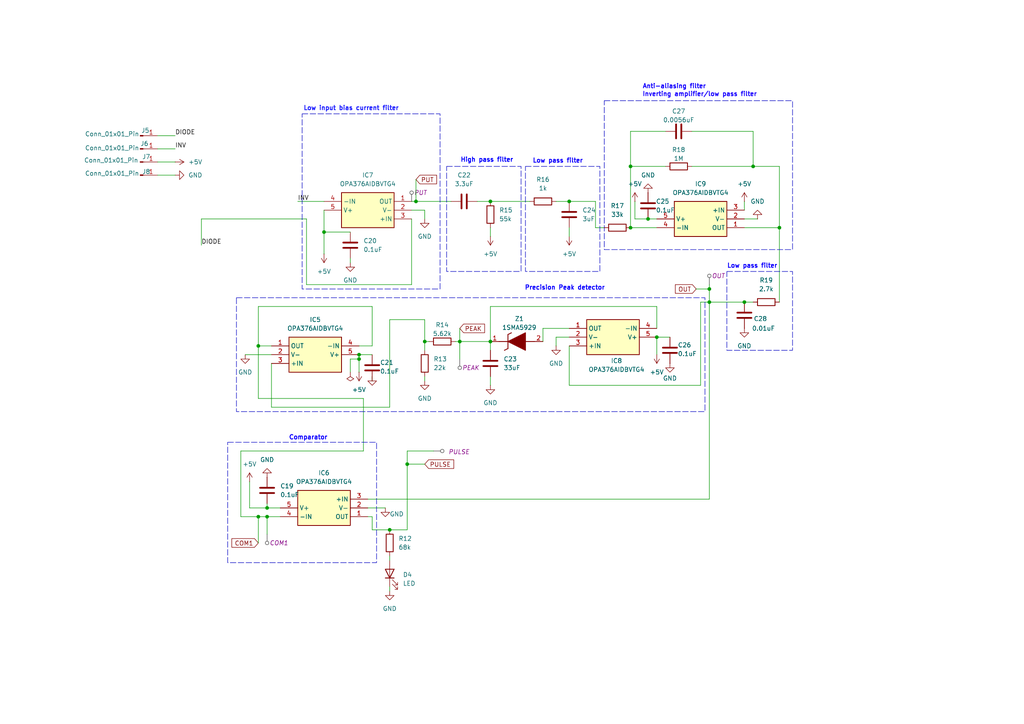
<source format=kicad_sch>
(kicad_sch (version 20250114) (generator "eeschema") (generator_version "9.0")
  (paper "A4")
  (title_block (title "HR and SPO2") (date "2025-10-28") (rev "VER 1.1.0") (company "BRCL") (comment 1 "Ronnie"))
  (lib_symbols
    (symbol "Connector:Conn_01x01_Pin" (pin_names (offset 1.016) (hide yes))
      (property "Reference" "J" (at 0 2.54 0))
      (property "Value" "Conn_01x01_Pin" (at 0 -2.54 0))
      (symbol "Conn_01x01_Pin_1_1"
        (rectangle (start 0.8636 0.127) (end 0 -0.127) (stroke (width 0.1524)) (fill (type outline)))
        (polyline (pts (xy 1.27 0) (xy 0.8636 0)) (stroke (width 0.1524)))
        (pin passive line (at 5.08 0 180) (length 3.81) (name "Pin_1") (number "1"))
      )
    )
    (symbol "Device:C" (pin_numbers (hide yes)) (pin_names (offset 0.254))
      (property "Reference" "C" (at 0.635 2.54 0))
      (property "Value" "C" (at 0.635 -2.54 0))
      (symbol "C_0_1"
        (polyline (pts (xy -2.032 0.762) (xy 2.032 0.762)) (stroke (width 0.508)))
        (polyline (pts (xy -2.032 -0.762) (xy 2.032 -0.762)) (stroke (width 0.508)))
      )
      (symbol "C_1_1"
        (pin passive line (at 0 3.81 270) (length 2.794) (name "~") (number "1"))
        (pin passive line (at 0 -3.81 90) (length 2.794) (name "~") (number "2"))
      )
    )
    (symbol "Device:LED" (pin_numbers (hide yes)) (pin_names (offset 1.016) (hide yes))
      (property "Reference" "D" (at 0 2.54 0))
      (property "Value" "LED" (at 0 -2.54 0))
      (symbol "LED_0_1"
        (polyline (pts (xy -3.048 -0.762) (xy -4.572 -2.286) (xy -3.81 -2.286) (xy -4.572 -2.286) (xy -4.572 -1.524)))
        (polyline (pts (xy -1.778 -0.762) (xy -3.302 -2.286) (xy -2.54 -2.286) (xy -3.302 -2.286) (xy -3.302 -1.524)))
        (polyline (pts (xy -1.27 0) (xy 1.27 0)))
        (polyline (pts (xy -1.27 -1.27) (xy -1.27 1.27)) (stroke (width 0.254)))
        (polyline (pts (xy 1.27 -1.27) (xy 1.27 1.27) (xy -1.27 0) (xy 1.27 -1.27)) (stroke (width 0.254)))
      )
      (symbol "LED_1_1"
        (pin passive line (at -3.81 0 0) (length 2.54) (name "K") (number "1"))
        (pin passive line (at 3.81 0 180) (length 2.54) (name "A") (number "2"))
      )
    )
    (symbol "Device:R" (pin_numbers (hide yes)) (pin_names (offset 0))
      (property "Reference" "R" (at 2.032 0 90))
      (property "Value" "R" (at 0 0 90))
      (symbol "R_0_1"
        (rectangle (start -1.016 -2.54) (end 1.016 2.54) (stroke (width 0.254)))
      )
      (symbol "R_1_1"
        (pin passive line (at 0 3.81 270) (length 1.27) (name "~") (number "1"))
        (pin passive line (at 0 -3.81 90) (length 1.27) (name "~") (number "2"))
      )
    )
    (symbol "SamacSys_Parts:1SMA5929" (pin_names (hide yes))
      (property "Reference" "Z" (at 10.16 8.89 0))
      (property "Value" "1SMA5929" (at 10.16 6.35 0))
      (symbol "1SMA5929_1_1"
        (polyline (pts (xy 2.54 0) (xy 5.08 0)) (stroke (width 0.254)))
        (polyline (pts (xy 4.064 -2.54) (xy 5.08 -2.032)) (stroke (width 0.254)))
        (polyline (pts (xy 5.08 2.032) (xy 5.08 -2.032)) (stroke (width 0.254)))
        (polyline (pts (xy 5.08 2.032) (xy 6.096 2.54)) (stroke (width 0.254)))
        (polyline (pts (xy 5.08 0) (xy 10.16 2.54) (xy 10.16 -2.54) (xy 5.08 0)) (stroke (width 0.254)) (fill (type outline)))
        (polyline (pts (xy 12.7 0) (xy 10.16 0)) (stroke (width 0.254)))
        (pin passive line (at 0 0 0) (length 2.54) (name "K") (number "1"))
        (pin passive line (at 15.24 0 180) (length 2.54) (name "A") (number "2"))
      )
    )
    (symbol "SamacSys_Parts:OPA376AIDBVTG4"
      (property "Reference" "IC" (at 21.59 7.62 0))
      (property "Value" "OPA376AIDBVTG4" (at 21.59 5.08 0))
      (symbol "OPA376AIDBVTG4_1_1"
        (rectangle (start 5.08 2.54) (end 20.32 -7.62) (stroke (width 0.254)) (fill (type background)))
        (pin passive line (at 0 0 0) (length 5.08) (name "OUT") (number "1"))
        (pin passive line (at 0 -2.54 0) (length 5.08) (name "V-") (number "2"))
        (pin passive line (at 0 -5.08 0) (length 5.08) (name "+IN") (number "3"))
        (pin passive line (at 25.4 0 180) (length 5.08) (name "-IN") (number "4"))
        (pin passive line (at 25.4 -2.54 180) (length 5.08) (name "V+") (number "5"))
      )
    )
    (symbol "power:+5V" (power) (pin_numbers (hide yes)) (pin_names (offset 0) (hide yes))
      (property "Value" "+5V" (at 0 3.556 0))
      (symbol "+5V_0_1"
        (polyline (pts (xy -0.762 1.27) (xy 0 2.54)))
        (polyline (pts (xy 0 2.54) (xy 0.762 1.27)))
        (polyline (pts (xy 0 0) (xy 0 2.54)))
      )
      (symbol "+5V_1_1"
        (pin power_in line (at 0 0 90) (length 0) (name "~") (number "1"))
      )
    )
    (symbol "power:GND" (power) (pin_numbers (hide yes)) (pin_names (offset 0) (hide yes))
      (property "Value" "GND" (at 0 -3.81 0))
      (symbol "GND_0_1"
        (polyline (pts (xy 0 0) (xy 0 -1.27) (xy 1.27 -1.27) (xy 0 -2.54) (xy -1.27 -1.27) (xy 0 -1.27)))
      )
      (symbol "GND_1_1"
        (pin power_in line (at 0 0 270) (length 0) (name "~") (number "1"))
      )
    )
    (symbol "power:PWR_FLAG" (power) (pin_numbers (hide yes)) (pin_names (offset 0) (hide yes))
      (property "Value" "PWR_FLAG" (at 0 3.81 0))
      (symbol "PWR_FLAG_0_0"
        (pin power_out line (at 0 0 90) (length 0) (name "~") (number "1"))
      )
      (symbol "PWR_FLAG_0_1"
        (polyline (pts (xy 0 0) (xy 0 1.27) (xy -1.016 1.905) (xy 0 2.54) (xy 1.016 1.905) (xy 0 1.27)))
      )
    )
  )
  (rectangle (start 87.63 33.02) (end 127.635 83.82) (stroke (width 0) (type dash)))
  (rectangle (start 152.4 48.26) (end 173.99 78.74) (stroke (width 0) (type dash)))
  (rectangle (start 129.54 48.26) (end 151.13 78.74) (stroke (width 0) (type dash)))
  (rectangle (start 68.58 86.36) (end 204.47 119.38) (stroke (width 0) (type dash)))
  (rectangle (start 66.04 128.27) (end 109.22 163.195) (stroke (width 0) (type dash)))
  (rectangle (start 210.82 78.74) (end 229.87 101.6) (stroke (width 0) (type dash)))
  (rectangle (start 175.26 29.21) (end 229.87 72.39) (stroke (width 0) (type dash)))
  (text "High pass filter" (at 141.224 46.482 0) (effects (font (size 1.27 1.27) (thickness 0.254) (bold yes))))
  (text "Low input bias current filter" (at 101.854 31.496 0) (effects (font (size 1.27 1.27) (thickness 0.254) (bold yes))))
  (text "Anti-aliasing filter" (at 195.58 25.146 0) (effects (font (size 1.27 1.27) (thickness 0.254) (bold yes))))
  (text "Comparator" (at 89.408 127 0) (effects (font (size 1.27 1.27) (thickness 0.254) (bold yes))))
  (text "Low pass filter" (at 218.186 77.216 0) (effects (font (size 1.27 1.27) (thickness 0.254) (bold yes))))
  (text "Precision Peak detector" (at 163.83 83.566 0) (effects (font (size 1.27 1.27) (thickness 0.254) (bold yes))))
  (text "Inverting amplifier/low pass filter" (at 202.946 27.432 0) (effects (font (size 1.27 1.27) (thickness 0.254) (bold yes))))
  (text "Low pass filter" (at 161.798 46.736 0) (effects (font (size 1.27 1.27) (thickness 0.254) (bold yes))))
  (junction (at 215.9 87.63))
  (junction (at 104.14 102.87))
  (junction (at 205.74 83.82))
  (junction (at 142.24 58.42))
  (junction (at 74.93 100.33))
  (junction (at 218.44 48.26))
  (junction (at 93.98 67.31))
  (junction (at 205.74 87.63))
  (junction (at 182.88 48.26))
  (junction (at 226.06 66.04))
  (junction (at 123.19 99.06))
  (junction (at 182.88 66.04))
  (junction (at 187.96 63.5))
  (junction (at 74.93 149.86))
  (junction (at 118.11 134.62))
  (junction (at 133.35 99.06))
  (junction (at 165.1 58.42))
  (junction (at 77.47 147.32))
  (junction (at 120.65 58.42))
  (junction (at 104.14 104.14))
  (junction (at 113.03 153.67))
  (junction (at 190.5 97.79))
  (junction (at 77.47 149.86))
  (junction (at 142.24 99.06))
  (wire (pts (xy 69.85 130.81) (xy 105.41 130.81)))
  (wire (pts (xy 184.15 63.5) (xy 184.15 58.42)))
  (wire (pts (xy 133.35 95.25) (xy 133.35 99.06)))
  (wire (pts (xy 74.93 115.57) (xy 105.41 115.57)))
  (wire (pts (xy 72.39 139.7) (xy 72.39 147.32)))
  (wire (pts (xy 113.03 153.67) (xy 118.11 153.67)))
  (wire (pts (xy 165.1 66.04) (xy 165.1 68.58)))
  (wire (pts (xy 101.6 104.14) (xy 104.14 104.14)))
  (wire (pts (xy 203.2 87.63) (xy 205.74 87.63)))
  (wire (pts (xy 118.11 153.67) (xy 118.11 134.62)))
  (wire (pts (xy 120.65 52.07) (xy 120.65 58.42)))
  (wire (pts (xy 72.39 147.32) (xy 77.47 147.32)))
  (wire (pts (xy 215.9 66.04) (xy 226.06 66.04)))
  (wire (pts (xy 190.5 97.79) (xy 190.5 102.87)))
  (wire (pts (xy 71.12 102.87) (xy 78.74 102.87)))
  (wire (pts (xy 161.29 58.42) (xy 165.1 58.42)))
  (wire (pts (xy 205.74 82.55) (xy 205.74 83.82)))
  (wire (pts (xy 133.35 99.06) (xy 133.35 104.14)))
  (wire (pts (xy 172.72 58.42) (xy 165.1 58.42)))
  (wire (pts (xy 215.9 58.42) (xy 215.9 60.96)))
  (wire (pts (xy 157.48 95.25) (xy 157.48 99.06)))
  (wire (pts (xy 165.1 95.25) (xy 157.48 95.25)))
  (wire (pts (xy 45.72 43.18) (xy 50.8 43.18)))
  (wire (pts (xy 45.72 50.8) (xy 50.8 50.8)))
  (wire (pts (xy 203.2 87.63) (xy 203.2 111.76)))
  (wire (pts (xy 78.74 118.11) (xy 78.74 105.41)))
  (wire (pts (xy 113.03 92.71) (xy 123.19 92.71)))
  (wire (pts (xy 123.19 60.96) (xy 123.19 63.5)))
  (wire (pts (xy 113.03 161.29) (xy 113.03 162.56)))
  (wire (pts (xy 200.66 48.26) (xy 218.44 48.26)))
  (wire (pts (xy 119.38 60.96) (xy 123.19 60.96)))
  (wire (pts (xy 205.74 144.78) (xy 106.68 144.78)))
  (wire (pts (xy 182.88 38.1) (xy 182.88 48.26)))
  (wire (pts (xy 226.06 48.26) (xy 226.06 66.04)))
  (wire (pts (xy 77.47 149.86) (xy 74.93 149.86)))
  (wire (pts (xy 45.72 46.99) (xy 50.8 46.99)))
  (wire (pts (xy 93.98 60.96) (xy 93.98 67.31)))
  (wire (pts (xy 81.28 149.86) (xy 77.47 149.86)))
  (wire (pts (xy 182.88 66.04) (xy 190.5 66.04)))
  (wire (pts (xy 132.08 99.06) (xy 133.35 99.06)))
  (wire (pts (xy 58.42 63.5) (xy 88.9 63.5)))
  (wire (pts (xy 172.72 66.04) (xy 172.72 58.42)))
  (wire (pts (xy 104.14 102.87) (xy 107.95 102.87)))
  (wire (pts (xy 118.11 130.81) (xy 125.73 130.81)))
  (wire (pts (xy 119.38 58.42) (xy 120.65 58.42)))
  (wire (pts (xy 142.24 88.9) (xy 142.24 99.06)))
  (wire (pts (xy 190.5 88.9) (xy 142.24 88.9)))
  (wire (pts (xy 200.66 38.1) (xy 218.44 38.1)))
  (wire (pts (xy 107.95 149.86) (xy 107.95 153.67)))
  (wire (pts (xy 104.14 102.87) (xy 104.14 104.14)))
  (wire (pts (xy 142.24 109.22) (xy 142.24 111.76)))
  (wire (pts (xy 165.1 97.79) (xy 161.29 97.79)))
  (wire (pts (xy 142.24 66.04) (xy 142.24 68.58)))
  (wire (pts (xy 123.19 99.06) (xy 123.19 101.6)))
  (wire (pts (xy 124.46 99.06) (xy 123.19 99.06)))
  (wire (pts (xy 104.14 104.14) (xy 104.14 107.95)))
  (wire (pts (xy 107.95 153.67) (xy 113.03 153.67)))
  (wire (pts (xy 107.95 109.22) (xy 107.95 110.49)))
  (wire (pts (xy 182.88 38.1) (xy 193.04 38.1)))
  (wire (pts (xy 182.88 48.26) (xy 182.88 66.04)))
  (wire (pts (xy 133.35 99.06) (xy 142.24 99.06)))
  (wire (pts (xy 106.68 147.32) (xy 111.76 147.32)))
  (wire (pts (xy 101.6 74.93) (xy 101.6 76.2)))
  (wire (pts (xy 74.93 88.9) (xy 74.93 100.33)))
  (wire (pts (xy 226.06 66.04) (xy 226.06 87.63)))
  (wire (pts (xy 190.5 95.25) (xy 190.5 88.9)))
  (wire (pts (xy 45.72 39.37) (xy 50.8 39.37)))
  (wire (pts (xy 107.95 88.9) (xy 107.95 100.33)))
  (wire (pts (xy 142.24 99.06) (xy 142.24 101.6)))
  (wire (pts (xy 165.1 111.76) (xy 203.2 111.76)))
  (wire (pts (xy 107.95 100.33) (xy 104.14 100.33)))
  (wire (pts (xy 77.47 147.32) (xy 81.28 147.32)))
  (wire (pts (xy 193.04 48.26) (xy 182.88 48.26)))
  (wire (pts (xy 74.93 149.86) (xy 69.85 149.86)))
  (wire (pts (xy 107.95 88.9) (xy 74.93 88.9)))
  (wire (pts (xy 69.85 149.86) (xy 69.85 130.81)))
  (wire (pts (xy 78.74 118.11) (xy 113.03 118.11)))
  (wire (pts (xy 93.98 67.31) (xy 101.6 67.31)))
  (wire (pts (xy 88.9 63.5) (xy 88.9 82.55)))
  (wire (pts (xy 190.5 97.79) (xy 194.31 97.79)))
  (wire (pts (xy 118.11 134.62) (xy 118.11 130.81)))
  (wire (pts (xy 77.47 149.86) (xy 77.47 154.94)))
  (wire (pts (xy 172.72 66.04) (xy 175.26 66.04)))
  (wire (pts (xy 120.65 58.42) (xy 130.81 58.42)))
  (wire (pts (xy 161.29 97.79) (xy 161.29 100.33)))
  (wire (pts (xy 113.03 170.18) (xy 113.03 171.45)))
  (wire (pts (xy 123.19 109.22) (xy 123.19 110.49)))
  (wire (pts (xy 187.96 63.5) (xy 184.15 63.5)))
  (wire (pts (xy 74.93 100.33) (xy 74.93 115.57)))
  (wire (pts (xy 205.74 87.63) (xy 215.9 87.63)))
  (wire (pts (xy 190.5 63.5) (xy 187.96 63.5)))
  (wire (pts (xy 123.19 134.62) (xy 118.11 134.62)))
  (wire (pts (xy 205.74 87.63) (xy 205.74 144.78)))
  (wire (pts (xy 101.6 107.95) (xy 101.6 104.14)))
  (wire (pts (xy 165.1 100.33) (xy 165.1 111.76)))
  (wire (pts (xy 218.44 38.1) (xy 218.44 48.26)))
  (wire (pts (xy 142.24 58.42) (xy 153.67 58.42)))
  (wire (pts (xy 105.41 115.57) (xy 105.41 130.81)))
  (wire (pts (xy 106.68 149.86) (xy 107.95 149.86)))
  (wire (pts (xy 226.06 48.26) (xy 218.44 48.26)))
  (wire (pts (xy 58.42 63.5) (xy 58.42 71.12)))
  (wire (pts (xy 123.19 92.71) (xy 123.19 99.06)))
  (wire (pts (xy 201.93 83.82) (xy 205.74 83.82)))
  (wire (pts (xy 119.38 82.55) (xy 88.9 82.55)))
  (wire (pts (xy 113.03 92.71) (xy 113.03 118.11)))
  (wire (pts (xy 93.98 58.42) (xy 86.36 58.42)))
  (wire (pts (xy 205.74 83.82) (xy 205.74 87.63)))
  (wire (pts (xy 215.9 87.63) (xy 218.44 87.63)))
  (wire (pts (xy 119.38 63.5) (xy 119.38 82.55)))
  (wire (pts (xy 138.43 58.42) (xy 142.24 58.42)))
  (wire (pts (xy 77.47 146.05) (xy 77.47 147.32)))
  (wire (pts (xy 74.93 157.48) (xy 74.93 149.86)))
  (wire (pts (xy 78.74 100.33) (xy 74.93 100.33)))
  (wire (pts (xy 215.9 63.5) (xy 219.71 63.5)))
  (wire (pts (xy 93.98 67.31) (xy 93.98 73.66)))
  (label "INV" (at 86.36 58.42 0))
  (label "DIODE" (at 50.8 39.37 0))
  (label "INV" (at 50.8 43.18 0))
  (label "DIODE" (at 58.42 71.12 0))
  (global_label "COM1" (shape input) (at 74.93 157.48 180) (property "Intersheetrefs" "${INTERSHEET_REFS}" (effects (hide yes))))
  (global_label "OUT" (shape input) (at 201.93 83.82 180) (property "Intersheetrefs" "${INTERSHEET_REFS}" (effects (hide yes))))
  (global_label "PEAK" (shape input) (at 133.35 95.25 0) (property "Intersheetrefs" "${INTERSHEET_REFS}" (effects (hide yes))))
  (global_label "PUT" (shape input) (at 120.65 52.07 0) (property "Intersheetrefs" "${INTERSHEET_REFS}" (effects (hide yes))))
  (global_label "PULSE" (shape input) (at 123.19 134.62 0) (property "Intersheetrefs" "${INTERSHEET_REFS}" (effects (hide yes))))
  (netclass_flag "" (length 2.54) (shape round) (at 205.74 82.55 0) (property "Component Class" "OUT" (at 206.4385 80.01 0) (effects (font (italic yes)) (justify left))))
  (netclass_flag "" (length 2.54) (shape round) (at 77.47 154.94 180) (property "Component Class" "COM1" (at 78.1685 157.48 0) (effects (font (italic yes)) (justify left))))
  (netclass_flag "" (length 2.54) (shape round) (at 125.73 130.81 270) (property "Component Class" "PULSE" (at 130.048 131.064 0) (effects (font (italic yes)) (justify left))))
  (netclass_flag "" (length 2.54) (shape round) (at 133.35 104.14 180) (property "Component Class" "PEAK" (at 134.0485 106.68 0) (effects (font (italic yes)) (justify left))))
  (netclass_flag "" (length 2.54) (shape round) (at 119.38 58.42 0) (property "Component Class" "PUT" (at 120.0785 55.88 0) (effects (font (italic yes)) (justify left))))
  (symbol (lib_id "power:GND") (at 142.24 111.76 0) (unit 1)
    (property "Reference" "#PWR065" (effects (hide yes)))
    (property "Value" "GND" (at 142.24 116.84 0))
    (property "Description" "Power symbol creates a global label with name \"GND\" , ground" (effects (hide yes)))
  )
  (symbol (lib_id "Device:R") (at 222.25 87.63 90) (unit 1)
    (property "Reference" "R19" (at 222.25 81.28 90))
    (property "Value" "2.7k" (at 222.25 83.82 90))
    (property "Footprint" "Resistor_SMD:R_0402_1005Metric" (effects (hide yes)))
    (property "Description" "Resistor" (effects (hide yes)))
  )
  (symbol (lib_id "Device:C") (at 101.6 71.12 0) (unit 1)
    (property "Reference" "C20" (at 105.41 69.8499 0) (effects (justify left)))
    (property "Value" "0.1uF" (at 105.41 72.3899 0) (effects (justify left)))
    (property "Footprint" "Capacitor_SMD:C_0603_1608Metric" (effects (hide yes)))
    (property "Description" "Unpolarized capacitor" (effects (hide yes)))
  )
  (symbol (lib_id "SamacSys_Parts:OPA376AIDBVTG4") (at 78.74 100.33 0) (unit 1)
    (property "Reference" "IC5" (at 91.44 92.71 0))
    (property "Value" "OPA376AIDBVTG4" (at 91.44 95.25 0))
    (property "Footprint" "SamacSys_Parts:SOT95P280X145-5N" (effects (hide yes)))
    (property "Datasheet" "http://www.ti.com/general/docs/lit/getliterature.tsp?genericPartNumber=OPA376&fileType=pdf" (effects (hide yes)))
    (property "Description" "TEXAS INSTRUMENTS - OPA376AIDBVTG4 - Operational Amplifier, Single, 5.5 MHz, 1, 2 V/ s, 2.2V to 5.5V, SOT-23, 5 RoHS Compliant: Yes" (effects (hide yes)))
    (property "Height" "1.45" (effects (hide yes)))
    (property "Manufacturer_Name" "Texas Instruments" (effects (hide yes)))
    (property "Manufacturer_Part_Number" "OPA376AIDBVTG4" (effects (hide yes)))
    (property "Mouser Part Number" "595-OPA376AIDBVTG4" (effects (hide yes)))
    (property "Mouser Price/Stock" "https://www.mouser.co.uk/ProductDetail/Texas-Instruments/OPA376AIDBVTG4?qs=EkVHNy6q9HP%2FjqwDvevhgg%3D%3D" (effects (hide yes)))
    (property "Arrow Part Number" "OPA376AIDBVTG4" (effects (hide yes)))
    (property "Arrow Price/Stock" "https://www.arrow.com/en/products/opa376aidbvtg4/texas-instruments" (effects (hide yes)))
  )
  (symbol (lib_id "power:GND") (at 194.31 105.41 0) (unit 1)
    (property "Reference" "#PWR071" (effects (hide yes)))
    (property "Value" "GND" (at 194.31 109.728 0))
    (property "Description" "Power symbol creates a global label with name \"GND\" , ground" (effects (hide yes)))
  )
  (symbol (lib_id "Connector:Conn_01x01_Pin") (at 40.64 39.37 0) (unit 1)
    (property "Reference" "J5" (at 42.164 37.846 0))
    (property "Value" "Conn_01x01_Pin" (at 32.512 38.862 0))
    (property "Footprint" "Connector_PinHeader_1.00mm:PinHeader_1x01_P1.00mm_Vertical" (effects (hide yes)))
    (property "Description" "Generic connector, single row, 01x01, script generated" (effects (hide yes)))
  )
  (symbol (lib_id "power:GND") (at 123.19 63.5 0) (unit 1)
    (property "Reference" "#PWR062" (effects (hide yes)))
    (property "Value" "GND" (at 123.19 68.58 0))
    (property "Description" "Power symbol creates a global label with name \"GND\" , ground" (effects (hide yes)))
  )
  (symbol (lib_id "power:GND") (at 215.9 95.25 0) (unit 1)
    (property "Reference" "#PWR073" (effects (hide yes)))
    (property "Value" "GND" (at 215.9 100.33 0))
    (property "Description" "Power symbol creates a global label with name \"GND\" , ground" (effects (hide yes)))
  )
  (symbol (lib_id "Connector:Conn_01x01_Pin") (at 40.64 46.99 0) (unit 1)
    (property "Reference" "J7" (at 42.418 45.466 0))
    (property "Value" "Conn_01x01_Pin" (at 32.258 46.482 0))
    (property "Footprint" "Connector_PinHeader_1.00mm:PinHeader_1x01_P1.00mm_Vertical" (effects (hide yes)))
    (property "Description" "Generic connector, single row, 01x01, script generated" (effects (hide yes)))
  )
  (symbol (lib_id "Device:R") (at 123.19 105.41 0) (unit 1)
    (property "Reference" "R13" (at 125.73 104.1399 0) (effects (justify left)))
    (property "Value" "22k" (at 125.73 106.6799 0) (effects (justify left)))
    (property "Footprint" "Resistor_SMD:R_0402_1005Metric" (effects (hide yes)))
    (property "Description" "Resistor" (effects (hide yes)))
  )
  (symbol (lib_id "SamacSys_Parts:OPA376AIDBVTG4") (at 165.1 95.25 0) (unit 1)
    (property "Reference" "IC8" (at 178.816 104.648 0))
    (property "Value" "OPA376AIDBVTG4" (at 178.816 107.188 0))
    (property "Footprint" "SamacSys_Parts:SOT95P280X145-5N" (effects (hide yes)))
    (property "Datasheet" "http://www.ti.com/general/docs/lit/getliterature.tsp?genericPartNumber=OPA376&fileType=pdf" (effects (hide yes)))
    (property "Description" "TEXAS INSTRUMENTS - OPA376AIDBVTG4 - Operational Amplifier, Single, 5.5 MHz, 1, 2 V/ s, 2.2V to 5.5V, SOT-23, 5 RoHS Compliant: Yes" (effects (hide yes)))
    (property "Height" "1.45" (effects (hide yes)))
    (property "Manufacturer_Name" "Texas Instruments" (effects (hide yes)))
    (property "Manufacturer_Part_Number" "OPA376AIDBVTG4" (effects (hide yes)))
    (property "Mouser Part Number" "595-OPA376AIDBVTG4" (effects (hide yes)))
    (property "Mouser Price/Stock" "https://www.mouser.co.uk/ProductDetail/Texas-Instruments/OPA376AIDBVTG4?qs=EkVHNy6q9HP%2FjqwDvevhgg%3D%3D" (effects (hide yes)))
    (property "Arrow Part Number" "OPA376AIDBVTG4" (effects (hide yes)))
    (property "Arrow Price/Stock" "https://www.arrow.com/en/products/opa376aidbvtg4/texas-instruments" (effects (hide yes)))
  )
  (symbol (lib_id "power:GND") (at 123.19 110.49 0) (unit 1)
    (property "Reference" "#PWR063" (effects (hide yes)))
    (property "Value" "GND" (at 123.19 115.57 0))
    (property "Description" "Power symbol creates a global label with name \"GND\" , ground" (effects (hide yes)))
  )
  (symbol (lib_id "Device:C") (at 165.1 62.23 0) (unit 1)
    (property "Reference" "C24" (at 168.91 60.9599 0) (effects (justify left)))
    (property "Value" "3uF" (at 168.91 63.4999 0) (effects (justify left)))
    (property "Footprint" "Capacitor_SMD:C_0603_1608Metric" (effects (hide yes)))
    (property "Description" "Unpolarized capacitor" (effects (hide yes)))
  )
  (symbol (lib_id "Device:R") (at 157.48 58.42 90) (unit 1)
    (property "Reference" "R16" (at 157.48 52.07 90))
    (property "Value" "1k" (at 157.48 54.61 90))
    (property "Footprint" "Resistor_SMD:R_0402_1005Metric" (effects (hide yes)))
    (property "Description" "Resistor" (effects (hide yes)))
  )
  (symbol (lib_id "Device:C") (at 187.96 59.69 0) (unit 1)
    (property "Reference" "C25" (at 190.246 58.42 0) (effects (justify left)))
    (property "Value" "0.1uF" (at 190.246 60.96 0) (effects (justify left)))
    (property "Footprint" "Capacitor_SMD:C_0603_1608Metric" (effects (hide yes)))
    (property "Description" "Unpolarized capacitor" (effects (hide yes)))
  )
  (symbol (lib_id "power:+5V") (at 190.5 102.87 180) (unit 1)
    (property "Reference" "#PWR058" (effects (hide yes)))
    (property "Value" "+5V" (at 190.5 107.95 0))
    (property "Description" "Power symbol creates a global label with name \"+5V\"" (effects (hide yes)))
  )
  (symbol (lib_id "Device:R") (at 128.27 99.06 90) (unit 1)
    (property "Reference" "R14" (at 128.27 94.234 90))
    (property "Value" "5.62k" (at 128.27 96.774 90))
    (property "Footprint" "Resistor_SMD:R_0402_1005Metric" (effects (hide yes)))
    (property "Description" "Resistor" (effects (hide yes)))
  )
  (symbol (lib_id "Device:C") (at 194.31 101.6 0) (unit 1)
    (property "Reference" "C26" (at 196.596 100.076 0) (effects (justify left)))
    (property "Value" "0.1uF" (at 196.596 102.616 0) (effects (justify left)))
    (property "Footprint" "Capacitor_SMD:C_0603_1608Metric" (effects (hide yes)))
    (property "Description" "Unpolarized capacitor" (effects (hide yes)))
  )
  (symbol (lib_id "power:+5V") (at 50.8 46.99 270) (unit 1)
    (property "Reference" "#PWR072" (effects (hide yes)))
    (property "Value" "+5V" (at 54.61 46.9899 90) (effects (justify left)))
    (property "Description" "Power symbol creates a global label with name \"+5V\"" (effects (hide yes)))
  )
  (symbol (lib_id "power:GND") (at 107.95 109.22 0) (unit 1)
    (property "Reference" "#PWR059" (effects (hide yes)))
    (property "Value" "GND" (effects (hide yes)))
    (property "Description" "Power symbol creates a global label with name \"GND\" , ground" (effects (hide yes)))
  )
  (symbol (lib_id "power:+5V") (at 93.98 73.66 180) (unit 1)
    (property "Reference" "#PWR064" (effects (hide yes)))
    (property "Value" "+5V" (at 93.98 78.74 0))
    (property "Description" "Power symbol creates a global label with name \"+5V\"" (effects (hide yes)))
  )
  (symbol (lib_id "power:GND") (at 187.96 55.88 180) (unit 1)
    (property "Reference" "#PWR069" (effects (hide yes)))
    (property "Value" "GND" (at 187.96 50.8 0))
    (property "Description" "Power symbol creates a global label with name \"GND\" , ground" (effects (hide yes)))
  )
  (symbol (lib_id "SamacSys_Parts:1SMA5929") (at 142.24 99.06 0) (unit 1)
    (property "Reference" "Z1" (at 150.622 92.456 0))
    (property "Value" "1SMA5929" (at 150.622 94.996 0))
    (property "Footprint" "SamacSys_Parts:DIOM5027X244N" (effects (hide yes)))
    (property "Datasheet" "https://www.panjit.com.tw/en/Product/downloadPDF/1SMA5929" (effects (hide yes)))
    (property "Description" "Zener Diodes - 1SMA5929 , 1500mW, 5V, 1513, SMA" (effects (hide yes)))
    (property "Height" "2.44" (effects (hide yes)))
    (property "Manufacturer_Name" "PANJIT" (effects (hide yes)))
    (property "Manufacturer_Part_Number" "1SMA5929" (effects (hide yes)))
  )
  (symbol (lib_id "power:GND") (at 111.76 147.32 0) (unit 1)
    (property "Reference" "#PWR060" (effects (hide yes)))
    (property "Value" "GND" (at 115.062 149.098 0))
    (property "Description" "Power symbol creates a global label with name \"GND\" , ground" (effects (hide yes)))
  )
  (symbol (lib_id "power:+5V") (at 165.1 68.58 180) (unit 1)
    (property "Reference" "#PWR075" (effects (hide yes)))
    (property "Value" "+5V" (at 165.1 73.66 0))
    (property "Description" "Power symbol creates a global label with name \"+5V\"" (effects (hide yes)))
  )
  (symbol (lib_id "power:+5V") (at 72.39 139.7 0) (unit 1)
    (property "Reference" "#PWR070" (effects (hide yes)))
    (property "Value" "+5V" (at 72.39 134.62 0))
    (property "Description" "Power symbol creates a global label with name \"+5V\"" (effects (hide yes)))
  )
  (symbol (lib_id "power:+5V") (at 104.14 107.95 180) (unit 1)
    (property "Reference" "#PWR051" (effects (hide yes)))
    (property "Value" "+5V" (at 104.14 113.03 0))
    (property "Description" "Power symbol creates a global label with name \"+5V\"" (effects (hide yes)))
  )
  (symbol (lib_id "Device:R") (at 196.85 48.26 90) (unit 1)
    (property "Reference" "R18" (at 196.85 43.434 90))
    (property "Value" "1M" (at 196.85 45.974 90))
    (property "Footprint" "Resistor_SMD:R_0402_1005Metric" (effects (hide yes)))
    (property "Description" "Resistor" (effects (hide yes)))
  )
  (symbol (lib_id "Device:C") (at 215.9 91.44 0) (mirror y) (unit 1)
    (property "Reference" "C28" (at 222.504 92.456 0) (effects (justify left)))
    (property "Value" "0.01uF" (at 224.79 95.25 0) (effects (justify left)))
    (property "Footprint" "Capacitor_SMD:C_0603_1608Metric" (effects (hide yes)))
    (property "Description" "Unpolarized capacitor" (effects (hide yes)))
  )
  (symbol (lib_id "SamacSys_Parts:OPA376AIDBVTG4") (at 106.68 149.86 180) (unit 1)
    (property "Reference" "IC6" (at 93.98 137.16 0))
    (property "Value" "OPA376AIDBVTG4" (at 93.98 139.7 0))
    (property "Footprint" "SamacSys_Parts:SOT95P280X145-5N" (effects (hide yes)))
    (property "Datasheet" "http://www.ti.com/general/docs/lit/getliterature.tsp?genericPartNumber=OPA376&fileType=pdf" (effects (hide yes)))
    (property "Description" "TEXAS INSTRUMENTS - OPA376AIDBVTG4 - Operational Amplifier, Single, 5.5 MHz, 1, 2 V/ s, 2.2V to 5.5V, SOT-23, 5 RoHS Compliant: Yes" (effects (hide yes)))
    (property "Height" "1.45" (effects (hide yes)))
    (property "Manufacturer_Name" "Texas Instruments" (effects (hide yes)))
    (property "Manufacturer_Part_Number" "OPA376AIDBVTG4" (effects (hide yes)))
    (property "Mouser Part Number" "595-OPA376AIDBVTG4" (effects (hide yes)))
    (property "Mouser Price/Stock" "https://www.mouser.co.uk/ProductDetail/Texas-Instruments/OPA376AIDBVTG4?qs=EkVHNy6q9HP%2FjqwDvevhgg%3D%3D" (effects (hide yes)))
    (property "Arrow Part Number" "OPA376AIDBVTG4" (effects (hide yes)))
    (property "Arrow Price/Stock" "https://www.arrow.com/en/products/opa376aidbvtg4/texas-instruments" (effects (hide yes)))
  )
  (symbol (lib_id "Device:C") (at 107.95 106.68 0) (unit 1)
    (property "Reference" "C21" (at 110.236 105.156 0) (effects (justify left)))
    (property "Value" "0.1uF" (at 110.236 107.696 0) (effects (justify left)))
    (property "Footprint" "Capacitor_SMD:C_0603_1608Metric" (effects (hide yes)))
    (property "Description" "Unpolarized capacitor" (effects (hide yes)))
  )
  (symbol (lib_id "power:GND") (at 101.6 76.2 0) (unit 1)
    (property "Reference" "#PWR057" (effects (hide yes)))
    (property "Value" "GND" (at 101.6 81.28 0))
    (property "Description" "Power symbol creates a global label with name \"GND\" , ground" (effects (hide yes)))
  )
  (symbol (lib_id "power:GND") (at 71.12 102.87 0) (unit 1)
    (property "Reference" "#PWR053" (effects (hide yes)))
    (property "Value" "GND" (at 71.12 107.95 0))
    (property "Description" "Power symbol creates a global label with name \"GND\" , ground" (effects (hide yes)))
  )
  (symbol (lib_id "Device:C") (at 77.47 142.24 0) (unit 1)
    (property "Reference" "C19" (at 81.28 140.9699 0) (effects (justify left)))
    (property "Value" "0.1uF" (at 81.28 143.5099 0) (effects (justify left)))
    (property "Footprint" "Capacitor_SMD:C_0603_1608Metric" (effects (hide yes)))
    (property "Description" "Unpolarized capacitor" (effects (hide yes)))
  )
  (symbol (lib_id "Device:C") (at 142.24 105.41 0) (unit 1)
    (property "Reference" "C23" (at 146.05 104.1399 0) (effects (justify left)))
    (property "Value" "33uF" (at 146.05 106.6799 0) (effects (justify left)))
    (property "Footprint" "Capacitor_SMD:C_0603_1608Metric" (effects (hide yes)))
    (property "Description" "Unpolarized capacitor" (effects (hide yes)))
  )
  (symbol (lib_id "Connector:Conn_01x01_Pin") (at 40.64 50.8 0) (unit 1)
    (property "Reference" "J8" (at 42.418 49.784 0))
    (property "Value" "Conn_01x01_Pin" (at 32.512 50.292 0))
    (property "Footprint" "Connector_PinHeader_1.00mm:PinHeader_1x01_P1.00mm_Vertical" (effects (hide yes)))
    (property "Description" "Generic connector, single row, 01x01, script generated" (effects (hide yes)))
  )
  (symbol (lib_id "SamacSys_Parts:OPA376AIDBVTG4") (at 119.38 58.42 0) (mirror y) (unit 1)
    (property "Reference" "IC7" (at 106.68 50.8 0))
    (property "Value" "OPA376AIDBVTG4" (at 106.68 53.34 0))
    (property "Footprint" "SamacSys_Parts:SOT95P280X145-5N" (effects (hide yes)))
    (property "Datasheet" "http://www.ti.com/general/docs/lit/getliterature.tsp?genericPartNumber=OPA376&fileType=pdf" (effects (hide yes)))
    (property "Description" "TEXAS INSTRUMENTS - OPA376AIDBVTG4 - Operational Amplifier, Single, 5.5 MHz, 1, 2 V/ s, 2.2V to 5.5V, SOT-23, 5 RoHS Compliant: Yes" (effects (hide yes)))
    (property "Height" "1.45" (effects (hide yes)))
    (property "Manufacturer_Name" "Texas Instruments" (effects (hide yes)))
    (property "Manufacturer_Part_Number" "OPA376AIDBVTG4" (effects (hide yes)))
    (property "Mouser Part Number" "595-OPA376AIDBVTG4" (effects (hide yes)))
    (property "Mouser Price/Stock" "https://www.mouser.co.uk/ProductDetail/Texas-Instruments/OPA376AIDBVTG4?qs=EkVHNy6q9HP%2FjqwDvevhgg%3D%3D" (effects (hide yes)))
    (property "Arrow Part Number" "OPA376AIDBVTG4" (effects (hide yes)))
    (property "Arrow Price/Stock" "https://www.arrow.com/en/products/opa376aidbvtg4/texas-instruments" (effects (hide yes)))
  )
  (symbol (lib_id "Device:C") (at 196.85 38.1 90) (unit 1)
    (property "Reference" "C27" (at 196.85 32.258 90))
    (property "Value" "0.0056uF" (at 196.85 34.798 90))
    (property "Footprint" "Capacitor_SMD:C_0603_1608Metric" (effects (hide yes)))
    (property "Description" "Unpolarized capacitor" (effects (hide yes)))
  )
  (symbol (lib_id "SamacSys_Parts:OPA376AIDBVTG4") (at 215.9 66.04 180) (unit 1)
    (property "Reference" "IC9" (at 203.2 53.34 0))
    (property "Value" "OPA376AIDBVTG4" (at 203.2 55.88 0))
    (property "Footprint" "SamacSys_Parts:SOT95P280X145-5N" (effects (hide yes)))
    (property "Datasheet" "http://www.ti.com/general/docs/lit/getliterature.tsp?genericPartNumber=OPA376&fileType=pdf" (effects (hide yes)))
    (property "Description" "TEXAS INSTRUMENTS - OPA376AIDBVTG4 - Operational Amplifier, Single, 5.5 MHz, 1, 2 V/ s, 2.2V to 5.5V, SOT-23, 5 RoHS Compliant: Yes" (effects (hide yes)))
    (property "Height" "1.45" (effects (hide yes)))
    (property "Manufacturer_Name" "Texas Instruments" (effects (hide yes)))
    (property "Manufacturer_Part_Number" "OPA376AIDBVTG4" (effects (hide yes)))
    (property "Mouser Part Number" "595-OPA376AIDBVTG4" (effects (hide yes)))
    (property "Mouser Price/Stock" "https://www.mouser.co.uk/ProductDetail/Texas-Instruments/OPA376AIDBVTG4?qs=EkVHNy6q9HP%2FjqwDvevhgg%3D%3D" (effects (hide yes)))
    (property "Arrow Part Number" "OPA376AIDBVTG4" (effects (hide yes)))
    (property "Arrow Price/Stock" "https://www.arrow.com/en/products/opa376aidbvtg4/texas-instruments" (effects (hide yes)))
  )
  (symbol (lib_id "Connector:Conn_01x01_Pin") (at 40.64 43.18 0) (unit 1)
    (property "Reference" "J6" (at 41.91 41.656 0))
    (property "Value" "Conn_01x01_Pin" (at 32.512 42.926 0))
    (property "Footprint" "Connector_PinHeader_1.00mm:PinHeader_1x01_P1.00mm_Vertical" (effects (hide yes)))
    (property "Description" "Generic connector, single row, 01x01, script generated" (effects (hide yes)))
  )
  (symbol (lib_id "power:PWR_FLAG") (at 101.6 107.95 180) (unit 1)
    (property "Reference" "#FLG03" (effects (hide yes)))
    (property "Value" "PWR_FLAG" (effects (hide yes)))
    (property "Description" "Special symbol for telling ERC where power comes from" (effects (hide yes)))
  )
  (symbol (lib_id "power:+5V") (at 184.15 58.42 0) (unit 1)
    (property "Reference" "#PWR067" (effects (hide yes)))
    (property "Value" "+5V" (at 184.15 53.34 0))
    (property "Description" "Power symbol creates a global label with name \"+5V\"" (effects (hide yes)))
  )
  (symbol (lib_id "power:GND") (at 113.03 171.45 0) (unit 1)
    (property "Reference" "#PWR061" (effects (hide yes)))
    (property "Value" "GND" (at 113.03 176.53 0))
    (property "Description" "Power symbol creates a global label with name \"GND\" , ground" (effects (hide yes)))
  )
  (symbol (lib_id "power:+5V") (at 142.24 68.58 180) (unit 1)
    (property "Reference" "#PWR056" (effects (hide yes)))
    (property "Value" "+5V" (at 142.24 73.66 0))
    (property "Description" "Power symbol creates a global label with name \"+5V\"" (effects (hide yes)))
  )
  (symbol (lib_id "Device:R") (at 113.03 157.48 0) (unit 1)
    (property "Reference" "R12" (at 115.57 156.2099 0) (effects (justify left)))
    (property "Value" "68k" (at 115.57 158.7499 0) (effects (justify left)))
    (property "Footprint" "Resistor_SMD:R_0402_1005Metric" (effects (hide yes)))
    (property "Description" "Resistor" (effects (hide yes)))
  )
  (symbol (lib_id "power:GND") (at 161.29 100.33 0) (unit 1)
    (property "Reference" "#PWR066" (effects (hide yes)))
    (property "Value" "GND" (at 161.29 105.41 0))
    (property "Description" "Power symbol creates a global label with name \"GND\" , ground" (effects (hide yes)))
  )
  (symbol (lib_id "power:GND") (at 77.47 138.43 180) (unit 1)
    (property "Reference" "#PWR055" (effects (hide yes)))
    (property "Value" "GND" (at 77.47 133.35 0))
    (property "Description" "Power symbol creates a global label with name \"GND\" , ground" (effects (hide yes)))
  )
  (symbol (lib_id "power:GND") (at 50.8 50.8 90) (unit 1)
    (property "Reference" "#PWR052" (effects (hide yes)))
    (property "Value" "GND" (at 54.61 50.7999 90) (effects (justify right)))
    (property "Description" "Power symbol creates a global label with name \"GND\" , ground" (effects (hide yes)))
  )
  (symbol (lib_id "Device:R") (at 179.07 66.04 90) (unit 1)
    (property "Reference" "R17" (at 179.07 59.69 90))
    (property "Value" "33k" (at 179.07 62.23 90))
    (property "Footprint" "Resistor_SMD:R_0402_1005Metric" (effects (hide yes)))
    (property "Description" "Resistor" (effects (hide yes)))
  )
  (symbol (lib_id "Device:C") (at 134.62 58.42 90) (unit 1)
    (property "Reference" "C22" (at 134.62 50.8 90))
    (property "Value" "3.3uF" (at 134.62 53.34 90))
    (property "Footprint" "Capacitor_SMD:C_0603_1608Metric" (effects (hide yes)))
    (property "Description" "Unpolarized capacitor" (effects (hide yes)))
  )
  (symbol (lib_id "Device:R") (at 142.24 62.23 0) (unit 1)
    (property "Reference" "R15" (at 144.78 60.9599 0) (effects (justify left)))
    (property "Value" "55k" (at 144.78 63.4999 0) (effects (justify left)))
    (property "Footprint" "Resistor_SMD:R_0402_1005Metric" (effects (hide yes)))
    (property "Description" "Resistor" (effects (hide yes)))
  )
  (symbol (lib_id "Device:LED") (at 113.03 166.37 90) (unit 1)
    (property "Reference" "D4" (at 116.84 166.6874 90) (effects (justify right)))
    (property "Value" "LED" (at 116.84 169.2274 90) (effects (justify right)))
    (property "Footprint" "LED_SMD:LED_0603_1608Metric" (effects (hide yes)))
    (property "Description" "Light emitting diode" (effects (hide yes)))
    (property "Sim.Pins" "1=K 2=A" (effects (hide yes)))
  )
  (symbol (lib_id "power:GND") (at 219.71 63.5 180) (unit 1)
    (property "Reference" "#PWR074" (effects (hide yes)))
    (property "Value" "GND" (at 219.71 58.42 0))
    (property "Description" "Power symbol creates a global label with name \"GND\" , ground" (effects (hide yes)))
  )
  (symbol (lib_id "power:+5V") (at 215.9 58.42 0) (unit 1)
    (property "Reference" "#PWR068" (effects (hide yes)))
    (property "Value" "+5V" (at 215.9 53.34 0))
    (property "Description" "Power symbol creates a global label with name \"+5V\"" (effects (hide yes)))
  )
)
</source>
